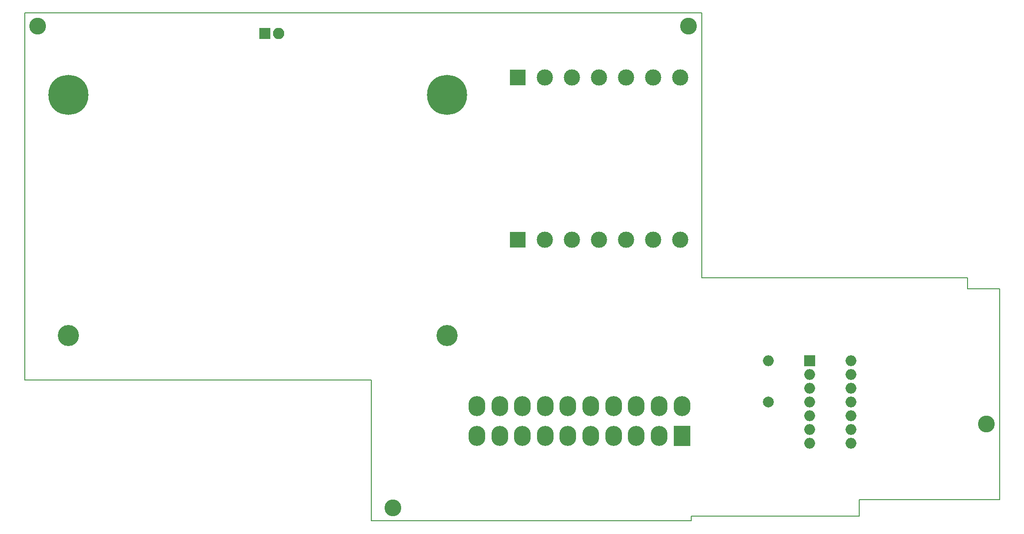
<source format=gbs>
G04 #@! TF.GenerationSoftware,KiCad,Pcbnew,(5.0.0-3-g5ebb6b6)*
G04 #@! TF.CreationDate,2018-12-23T11:03:37-08:00*
G04 #@! TF.ProjectId,PSU New,505355204E65772E6B696361645F7063,rev?*
G04 #@! TF.SameCoordinates,Original*
G04 #@! TF.FileFunction,Soldermask,Bot*
G04 #@! TF.FilePolarity,Negative*
%FSLAX46Y46*%
G04 Gerber Fmt 4.6, Leading zero omitted, Abs format (unit mm)*
G04 Created by KiCad (PCBNEW (5.0.0-3-g5ebb6b6)) date Sunday, December 23, 2018 at 11:03:37 AM*
%MOMM*%
%LPD*%
G01*
G04 APERTURE LIST*
%ADD10C,0.150000*%
%ADD11C,3.100000*%
%ADD12C,7.400000*%
%ADD13C,1.200000*%
%ADD14C,3.900000*%
%ADD15C,3.000000*%
%ADD16R,3.000000X3.000000*%
%ADD17O,3.100000X3.700000*%
%ADD18R,3.100000X3.700000*%
%ADD19O,2.000000X2.000000*%
%ADD20R,2.000000X2.000000*%
%ADD21C,2.000000*%
%ADD22O,2.100000X2.100000*%
%ADD23R,2.100000X2.100000*%
G04 APERTURE END LIST*
D10*
X179000000Y-143000000D02*
X179000000Y-143900000D01*
X179000000Y-143000000D02*
X210000000Y-143000000D01*
X230000000Y-101000000D02*
X235900000Y-101000000D01*
X230000000Y-99000000D02*
X230000000Y-101000000D01*
X210000000Y-140000000D02*
X210000000Y-143000000D01*
X210000000Y-140000000D02*
X235900000Y-140000000D01*
X235900000Y-101000000D02*
X235900000Y-140000000D01*
X181000000Y-99000000D02*
X230000000Y-99000000D01*
X56100000Y-117900000D02*
X120000000Y-117900000D01*
X120000000Y-117900000D02*
X120000000Y-143900000D01*
X56100000Y-50100000D02*
X181000000Y-50100000D01*
X181000000Y-50100000D02*
X181000000Y-99000000D01*
X56100000Y-50100000D02*
X56100000Y-117900000D01*
X120000000Y-143900000D02*
X179000000Y-143900000D01*
D11*
G04 #@! TO.C,REF\002A\002A*
X233500000Y-126000000D03*
G04 #@! TD*
G04 #@! TO.C,REF\002A\002A*
X58500000Y-52500000D03*
G04 #@! TD*
D12*
G04 #@! TO.C,REF\002A\002A*
X134025000Y-65175000D03*
D13*
X136650000Y-65175000D03*
X135881155Y-67031155D03*
X134025000Y-67800000D03*
X132168845Y-67031155D03*
X131400000Y-65175000D03*
X132168845Y-63318845D03*
X134025000Y-62550000D03*
X135881155Y-63318845D03*
G04 #@! TD*
D14*
G04 #@! TO.C,REF\002A\002A*
X134025000Y-109625000D03*
G04 #@! TD*
D15*
G04 #@! TO.C,REF\002A\002A*
X177000000Y-92000000D03*
X172000000Y-92000000D03*
X167000000Y-92000000D03*
X162000000Y-92000000D03*
X157000000Y-92000000D03*
X152000000Y-92000000D03*
D16*
X147000000Y-92000000D03*
G04 #@! TD*
D11*
G04 #@! TO.C,REF\002A\002A*
X124000000Y-141500000D03*
G04 #@! TD*
D17*
G04 #@! TO.C,PicoPSU*
X139500000Y-122700000D03*
X143700000Y-122700000D03*
X147900000Y-122700000D03*
X152100000Y-122700000D03*
X156300000Y-122700000D03*
X160500000Y-122700000D03*
X164700000Y-122700000D03*
X168900000Y-122700000D03*
X173100000Y-122700000D03*
X177300000Y-122700000D03*
X139500000Y-128200000D03*
X143700000Y-128200000D03*
X147900000Y-128200000D03*
X152100000Y-128200000D03*
X156300000Y-128200000D03*
X160500000Y-128200000D03*
X164700000Y-128200000D03*
X168900000Y-128200000D03*
X173100000Y-128200000D03*
D18*
X177300000Y-128200000D03*
G04 #@! TD*
D19*
G04 #@! TO.C,74LS04*
X208520000Y-114280000D03*
X200900000Y-129520000D03*
X208520000Y-116820000D03*
X200900000Y-126980000D03*
X208520000Y-119360000D03*
X200900000Y-124440000D03*
X208520000Y-121900000D03*
X200900000Y-121900000D03*
X208520000Y-124440000D03*
X200900000Y-119360000D03*
X208520000Y-126980000D03*
X200900000Y-116820000D03*
X208520000Y-129520000D03*
D20*
X200900000Y-114280000D03*
G04 #@! TD*
D19*
G04 #@! TO.C,4.7K*
X193228734Y-114280000D03*
D21*
X193228734Y-121900000D03*
G04 #@! TD*
D22*
G04 #@! TO.C,Fan*
X102908100Y-53908960D03*
D23*
X100368100Y-53908960D03*
G04 #@! TD*
D11*
G04 #@! TO.C,REF\002A\002A*
X178500000Y-52500000D03*
G04 #@! TD*
D16*
G04 #@! TO.C,REF\002A\002A*
X147000000Y-62000000D03*
D15*
X152000000Y-62000000D03*
X157000000Y-62000000D03*
X162000000Y-62000000D03*
X167000000Y-62000000D03*
X172000000Y-62000000D03*
X177000000Y-62000000D03*
G04 #@! TD*
D14*
G04 #@! TO.C,REF\002A\002A*
X64175000Y-109625000D03*
G04 #@! TD*
D13*
G04 #@! TO.C,REF\002A\002A*
X66031155Y-63318845D03*
X64175000Y-62550000D03*
X62318845Y-63318845D03*
X61550000Y-65175000D03*
X62318845Y-67031155D03*
X64175000Y-67800000D03*
X66031155Y-67031155D03*
X66800000Y-65175000D03*
D12*
X64175000Y-65175000D03*
G04 #@! TD*
M02*

</source>
